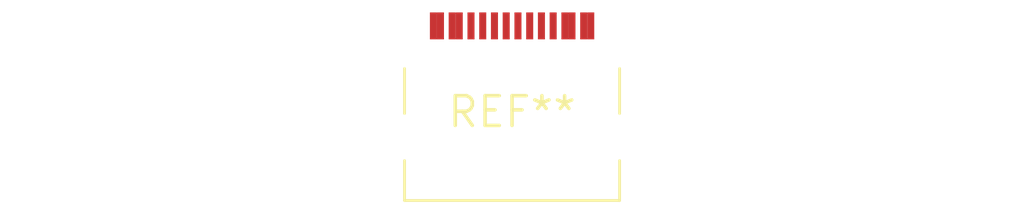
<source format=kicad_pcb>
(kicad_pcb (version 20240108) (generator pcbnew)
  (layers (0 "F.Cu" signal) (31 "B.Cu" signal) (34 "B.Paste" user) (35 "F.Paste" user) (36 "B.SilkS" user "B.Silkscreen") (37 "F.SilkS" user "F.Silkscreen") (38 "B.Mask" user) (39 "F.Mask" user) (44 "Edge.Cuts" user))
  (net 0 "")
  (footprint "USB_C_Receptacle_XKB_U262-16XN-4BVC11" (layer "F.Cu") (at 0 0)
    (property "Reference" "REF**")
    (property "Value" "USB_C_Receptacle_XKB_U262-16XN-4BVC11")
    (fp_line (start -4.58 -1.85) (end -4.58 0.07) (layer "F.SilkS") (stroke (width 0.12)))
    (fp_line (start -4.58 3.785) (end -4.58 2.08) (layer "F.SilkS") (stroke (width 0.12)))
    (fp_line (start 4.58 0.07) (end 4.58 -1.85) (layer "F.SilkS") (stroke (width 0.12)))
    (fp_line (start 4.58 2.08) (end 4.58 3.785) (layer "F.SilkS") (stroke (width 0.12)))
    (fp_line (start 4.58 3.785) (end -4.58 3.785) (layer "F.SilkS") (stroke (width 0.12)))
    (pad "" np_thru_hole circle (at -2.89 -2.605) (size 0.65 0.65) (drill 0.65) (layers *.Cu *.Mask))
    (pad "" np_thru_hole circle (at 2.89 -2.605) (size 0.65 0.65) (drill 0.65) (layers *.Cu *.Mask))
    (pad "A1" smd rect (at -3.35 -3.67) (size 0.3 1.15) (layers "F.Cu" "F.Paste" "F.Mask"))
    (pad "A4" smd rect (at -2.55 -3.67) (size 0.3 1.15) (layers "F.Cu" "F.Paste" "F.Mask"))
    (pad "A5" smd rect (at -1.25 -3.67) (size 0.3 1.15) (layers "F.Cu" "F.Paste" "F.Mask"))
    (pad "A6" smd rect (at -0.25 -3.67) (size 0.3 1.15) (layers "F.Cu" "F.Paste" "F.Mask"))
    (pad "A7" smd rect (at 0.25 -3.67) (size 0.3 1.15) (layers "F.Cu" "F.Paste" "F.Mask"))
    (pad "A8" smd rect (at 1.25 -3.67) (size 0.3 1.15) (layers "F.Cu" "F.Paste" "F.Mask"))
    (pad "A9" smd rect (at 2.55 -3.67) (size 0.3 1.15) (layers "F.Cu" "F.Paste" "F.Mask"))
    (pad "A12" smd rect (at 3.35 -3.67) (size 0.3 1.15) (layers "F.Cu" "F.Paste" "F.Mask"))
    (pad "B1" smd rect (at 3.05 -3.67) (size 0.3 1.15) (layers "F.Cu" "F.Paste" "F.Mask"))
    (pad "B4" smd rect (at 2.25 -3.67) (size 0.3 1.15) (layers "F.Cu" "F.Paste" "F.Mask"))
    (pad "B5" smd rect (at 1.75 -3.67) (size 0.3 1.15) (layers "F.Cu" "F.Paste" "F.Mask"))
    (pad "B6" smd rect (at 0.75 -3.67) (size 0.3 1.15) (layers "F.Cu" "F.Paste" "F.Mask"))
    (pad "B7" smd rect (at -0.75 -3.67) (size 0.3 1.15) (layers "F.Cu" "F.Paste" "F.Mask"))
    (pad "B8" smd rect (at -1.75 -3.67) (size 0.3 1.15) (layers "F.Cu" "F.Paste" "F.Mask"))
    (pad "B9" smd rect (at -2.25 -3.67) (size 0.3 1.15) (layers "F.Cu" "F.Paste" "F.Mask"))
    (pad "B12" smd rect (at -3.05 -3.67) (size 0.3 1.15) (layers "F.Cu" "F.Paste" "F.Mask"))
    (pad "S1" thru_hole oval (at -4.32 -3.105) (size 1 2.1) (drill oval 0.6 1.7) (layers *.Cu *.Mask) (remove_unused_layers))
    (pad "S1" thru_hole oval (at -4.32 1.075) (size 1 1.6) (drill oval 0.6 1.2) (layers *.Cu *.Mask) (remove_unused_layers))
    (pad "S1" thru_hole oval (at 4.32 -3.105) (size 1 2.1) (drill oval 0.6 1.7) (layers *.Cu *.Mask) (remove_unused_layers))
    (pad "S1" thru_hole oval (at 4.32 1.075) (size 1 1.6) (drill oval 0.6 1.2) (layers *.Cu *.Mask) (remove_unused_layers))
  )
)
</source>
